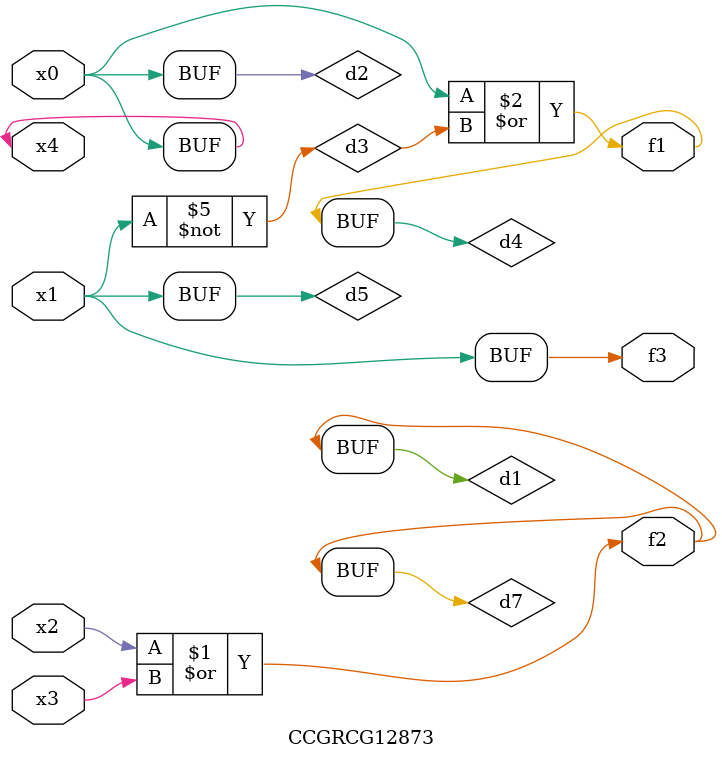
<source format=v>
module CCGRCG12873(
	input x0, x1, x2, x3, x4,
	output f1, f2, f3
);

	wire d1, d2, d3, d4, d5, d6, d7;

	or (d1, x2, x3);
	buf (d2, x0, x4);
	not (d3, x1);
	or (d4, d2, d3);
	not (d5, d3);
	nand (d6, d1, d3);
	or (d7, d1);
	assign f1 = d4;
	assign f2 = d7;
	assign f3 = d5;
endmodule

</source>
